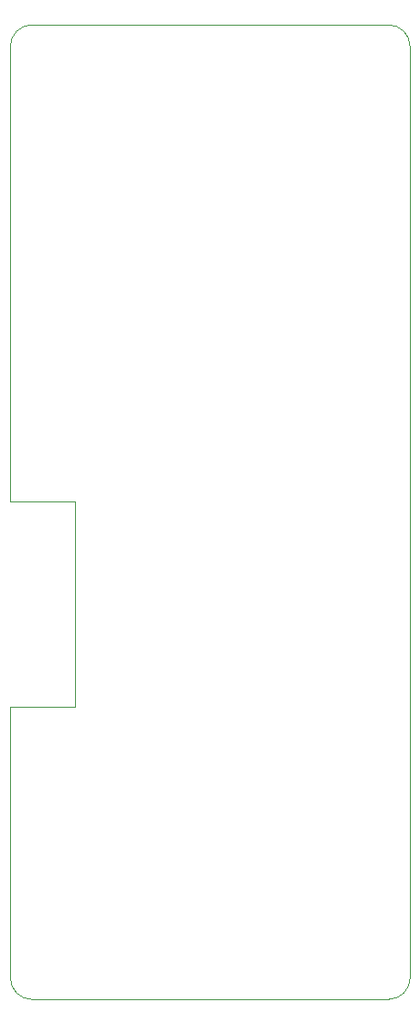
<source format=gbr>
%TF.GenerationSoftware,KiCad,Pcbnew,(5.1.6)-1*%
%TF.CreationDate,2020-08-04T14:24:57+05:30*%
%TF.ProjectId,ESP32-BLE-Relay-Control-Board,45535033-322d-4424-9c45-2d52656c6179,rev?*%
%TF.SameCoordinates,Original*%
%TF.FileFunction,Profile,NP*%
%FSLAX46Y46*%
G04 Gerber Fmt 4.6, Leading zero omitted, Abs format (unit mm)*
G04 Created by KiCad (PCBNEW (5.1.6)-1) date 2020-08-04 14:24:57*
%MOMM*%
%LPD*%
G01*
G04 APERTURE LIST*
%TA.AperFunction,Profile*%
%ADD10C,0.050000*%
%TD*%
G04 APERTURE END LIST*
D10*
X102000000Y-160000000D02*
G75*
G02*
X100000000Y-158000000I0J2000000D01*
G01*
X137000000Y-158000000D02*
G75*
G02*
X135000000Y-160000000I-2000000J0D01*
G01*
X135000000Y-70000000D02*
G75*
G02*
X137000000Y-72000000I0J-2000000D01*
G01*
X100000000Y-72000000D02*
G75*
G02*
X102000000Y-70000000I2000000J0D01*
G01*
X102000000Y-160000000D02*
X135000000Y-160000000D01*
X137000000Y-158000000D02*
X137000000Y-146500000D01*
X100000000Y-146500000D02*
X100000000Y-158000000D01*
X100000000Y-133000000D02*
X100000000Y-146500000D01*
X100000000Y-101500000D02*
X100000000Y-114000000D01*
X106000000Y-114000000D02*
X100000000Y-114000000D01*
X106000000Y-133000000D02*
X106000000Y-114000000D01*
X100000000Y-133000000D02*
X106000000Y-133000000D01*
X137000000Y-134500000D02*
X137000000Y-146500000D01*
X137000000Y-101500000D02*
X137000000Y-134500000D01*
X137000000Y-72000000D02*
X137000000Y-101500000D01*
X102000000Y-70000000D02*
X135000000Y-70000000D01*
X100000000Y-101500000D02*
X100000000Y-72000000D01*
M02*

</source>
